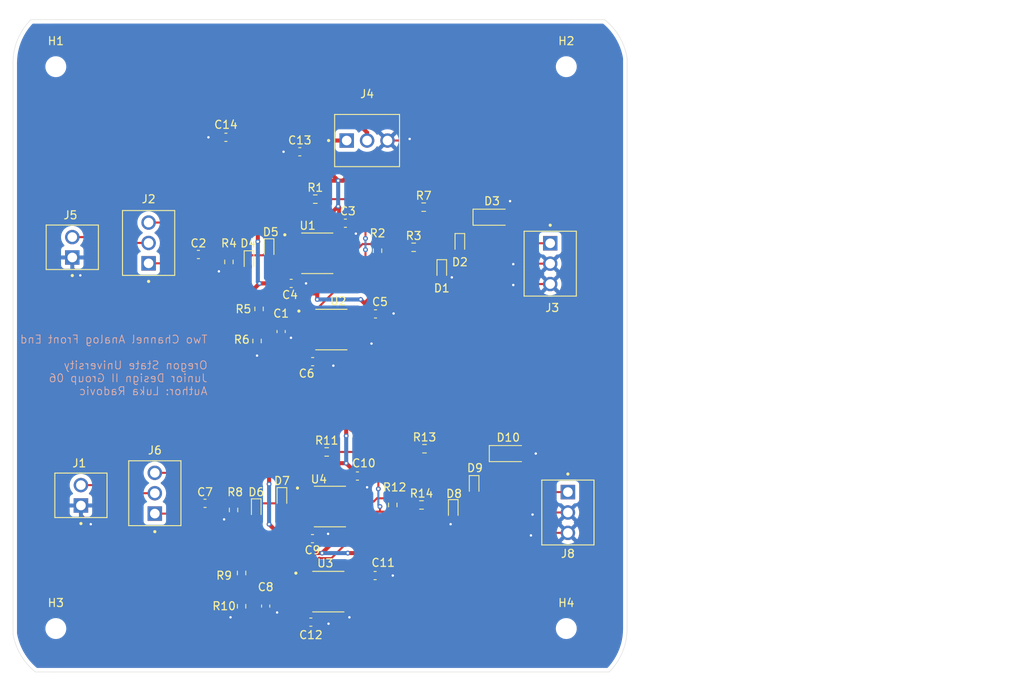
<source format=kicad_pcb>
(kicad_pcb (version 20240108) (generator "pcbnew") (generator_version "8.0")
  (layers (0 "F.Cu" signal) (31 "B.Cu" signal) (34 "B.Paste" user) (35 "F.Paste" user) (36 "B.SilkS" user "B.Silkscreen") (37 "F.SilkS" user "F.Silkscreen") (38 "B.Mask" user) (39 "F.Mask" user) (44 "Edge.Cuts" user))
  (net 0 "")
  (net 1 "GND")
  (net 2 "Net-(U2A-+)")
  (net 3 "Net-(J2-Pin_1)")
  (net 4 "Net-(D4-K)")
  (net 5 "/+9V")
  (net 6 "/-9V")
  (net 7 "Net-(D1-K)")
  (net 8 "Net-(D2-K)")
  (net 9 "Net-(J2-Pin_2)")
  (net 10 "Net-(U1B--)")
  (net 11 "Net-(U1A--)")
  (net 12 "Net-(R2-Pad2)")
  (net 13 "Net-(U1B-+)")
  (net 14 "Net-(U2B--)")
  (net 15 "Net-(J6-Pin_1)")
  (net 16 "Net-(D6-K)")
  (net 17 "Net-(U3A-+)")
  (net 18 "Net-(D8-K)")
  (net 19 "Net-(D10-K)")
  (net 20 "Net-(J1-Pin_2)")
  (net 21 "Net-(U4B--)")
  (net 22 "Net-(U4A--)")
  (net 23 "Net-(R12-Pad2)")
  (net 24 "Net-(U3B--)")
  (net 25 "Net-(U3A--)")
  (footprint "Diode_SMD:D_SOD-123" (layer "F.Cu") (at 100.775 78.2)
    (property "Reference" "D10")
    (property "Value" "3.3" (hide yes))
  )
  (footprint "Diode_SMD:D_SOD-523" (layer "F.Cu") (at 72.6 83.7 -90)
    (property "Reference" "D7")
    (property "Value" "D" (hide yes))
  )
  (footprint "Resistor_SMD:R_0603_1608Metric" (layer "F.Cu") (at 84.5 52.925 90)
    (property "Reference" "R2")
    (property "Value" "165k" (hide yes))
  )
  (footprint "Resistor_SMD:R_0603_1608Metric" (layer "F.Cu") (at 90.25 47.5)
    (property "Reference" "R7")
    (property "Value" "50k" (hide yes))
  )
  (footprint "AFEFoorprints:2ScrewTerm" (layer "F.Cu") (at 47.575 83.4 90)
    (property "Reference" "J1")
    (property "Value" "GND, BNC")
  )
  (footprint "Resistor_SMD:R_0603_1608Metric" (layer "F.Cu") (at 69.5 64.175 90)
    (property "Reference" "R6")
    (property "Value" "750" (hide yes))
  )
  (footprint "Resistor_SMD:R_0603_1608Metric" (layer "F.Cu") (at 66 54.325 90)
    (property "Reference" "R4")
    (property "Value" "1M" (hide yes))
  )
  (footprint "Diode_SMD:D_SOD-523" (layer "F.Cu") (at 69.4 85.1 -90)
    (property "Reference" "D6")
    (property "Value" "D" (hide yes))
  )
  (footprint "Capacitor_SMD:C_0603_1608Metric" (layer "F.Cu") (at 65.625 38.8)
    (property "Reference" "C14")
    (property "Value" "0.1u" (hide yes))
  )
  (footprint "Capacitor_SMD:C_0603_1608Metric" (layer "F.Cu") (at 74.825 40.6)
    (property "Reference" "C13")
    (property "Value" "0.1u" (hide yes))
  )
  (footprint "Capacitor_SMD:C_0603_1608Metric" (layer "F.Cu") (at 76.425 66.75 180)
    (property "Reference" "C6")
    (property "Value" "0.1u" (hide yes))
  )
  (footprint "MountingHole:MountingHole_2.1mm" (layer "F.Cu") (at 108 100)
    (property "Reference" "H4")
    (property "Value" "MountingHole" (hide yes))
  )
  (footprint "Resistor_SMD:R_0603_1608Metric" (layer "F.Cu") (at 69.75 60.175 90)
    (property "Reference" "R5")
    (property "Value" "10k" (hide yes))
  )
  (footprint "Resistor_SMD:R_0603_1608Metric" (layer "F.Cu") (at 76.75 46.5)
    (property "Reference" "R1")
    (property "Value" "100k" (hide yes))
  )
  (footprint "Diode_SMD:D_SOD-523" (layer "F.Cu") (at 71 52.7 -90)
    (property "Reference" "D5")
    (property "Value" "D" (hide yes))
  )
  (footprint "MountingHole:MountingHole_2.1mm" (layer "F.Cu") (at 108 30)
    (property "Reference" "H2")
    (property "Value" "MountingHole" (hide yes))
  )
  (footprint "Capacitor_SMD:C_0603_1608Metric" (layer "F.Cu") (at 82 81 180)
    (property "Reference" "C10")
    (property "Value" "0.1u" (hide yes))
  )
  (footprint "AFEFoorprints:3ScrewTerm" (layer "F.Cu") (at 83.2 39.2)
    (property "Reference" "J4")
    (property "Value" "+9, -9, GND")
  )
  (footprint "AFEFoorprints:SOIC127P599X175-8N" (layer "F.Cu") (at 78.75 62.75)
    (property "Reference" "U2")
    (property "Value" "LM358" (hide yes))
  )
  (footprint "Capacitor_SMD:C_0603_1608Metric" (layer "F.Cu") (at 76.2 99.2 180)
    (property "Reference" "C12")
    (property "Value" "0.1u" (hide yes))
  )
  (footprint "Capacitor_SMD:C_0603_1608Metric" (layer "F.Cu") (at 80.5 49.5 180)
    (property "Reference" "C3")
    (property "Value" "0.1u" (hide yes))
  )
  (footprint "AFEFoorprints:SOIC127P599X175-8N" (layer "F.Cu") (at 77 53.25)
    (property "Reference" "U1")
    (property "Value" "LM358" (hide yes))
  )
  (footprint "Capacitor_SMD:C_0603_1608Metric" (layer "F.Cu") (at 84.2 93.4 180)
    (property "Reference" "C11")
    (property "Value" "0.1u" (hide yes))
  )
  (footprint "Capacitor_SMD:C_0603_1608Metric" (layer "F.Cu") (at 72.5 63 90)
    (property "Reference" "C1")
    (property "Value" "10u" (hide yes))
  )
  (footprint "Resistor_SMD:R_0603_1608Metric" (layer "F.Cu") (at 90.35 77.6)
    (property "Reference" "R13")
    (property "Value" "50k" (hide yes))
  )
  (footprint "Capacitor_SMD:C_0603_1608Metric" (layer "F.Cu") (at 70.575 97.2 90)
    (property "Reference" "C8")
    (property "Value" "10u" (hide yes))
  )
  (footprint "Resistor_SMD:R_0603_1608Metric" (layer "F.Cu") (at 89.975 84.6)
    (property "Reference" "R14")
    (property "Value" "100" (hide yes))
  )
  (footprint "Diode_SMD:D_SOD-523" (layer "F.Cu") (at 92.5 55.3 -90)
    (property "Reference" "D1")
    (property "Value" "D" (hide yes))
  )
  (footprint "AFEFoorprints:3ScrewTerm" (layer "F.Cu") (at 56.775 83.14 90)
    (property "Reference" "J6")
    (property "Value" "Switch Screws" (hide yes))
  )
  (footprint "Capacitor_SMD:C_0603_1608Metric" (layer "F.Cu") (at 62.2 53.4 180)
    (property "Reference" "C2")
    (property "Value" "0.1u" (hide yes))
  )
  (footprint "Capacitor_SMD:C_0603_1608Metric" (layer "F.Cu") (at 84.25 60.8 180)
    (property "Reference" "C5")
    (property "Value" "0.1u" (hide yes))
  )
  (footprint "Resistor_SMD:R_0603_1608Metric" (layer "F.Cu") (at 67.575 93.075 90)
    (property "Reference" "R9")
    (property "Value" "10k" (hide yes))
  )
  (footprint "Resistor_SMD:R_0603_1608Metric" (layer "F.Cu") (at 86.4 84.6 90)
    (property "Reference" "R12")
    (property "Value" "165k" (hide yes))
  )
  (footprint "AFEFoorprints:3ScrewTerm" (layer "F.Cu") (at 56 51.96 90)
    (property "Reference" "J2")
    (property "Value" "Switch Screws" (hide yes))
  )
  (footprint "MountingHole:MountingHole_2.1mm" (layer "F.Cu") (at 44.45 30)
    (property "Reference" "H1")
    (property "Value" "MountingHole" (hide yes))
  )
  (footprint "MountingHole:MountingHole_2.1mm" (layer "F.Cu") (at 44.45 100)
    (property "Reference" "H3")
    (property "Value" "MountingHole" (hide yes))
  )
  (footprint "Resistor_SMD:R_0603_1608Metric" (layer "F.Cu") (at 89 52.5)
    (property "Reference" "R3")
    (property "Value" "100" (hide yes))
  )
  (footprint "Resistor_SMD:R_0603_1608Metric" (layer "F.Cu") (at 67.575 97.225 90)
    (property "Reference" "R10")
    (property "Value" "750" (hide yes))
  )
  (footprint "Diode_SMD:D_SOD-123" (layer "F.Cu") (at 98.75 48.75)
    (property "Reference" "D3")
    (property "Value" "3.3" (hide yes))
  )
  (footprint "AFEFoorprints:3ScrewTerm" (layer "F.Cu") (at 108.2 85.54 -90)
    (property "Reference" "J8")
    (property "Value" "GND, GND, OUT")
  )
  (footprint "Capacitor_SMD:C_0603_1608Metric" (layer "F.Cu") (at 73.75 57 180)
    (property "Reference" "C4")
    (property "Value" "0.1u" (hide yes))
  )
  (footprint "Diode_SMD:D_SOD-523" (layer "F.Cu") (at 94.75 52.05 -90)
    (property "Reference" "D2")
    (property "Value" "D" (hide yes))
  )
  (footprint "Resistor_SMD:R_0603_1608Metric" (layer "F.Cu") (at 66.575 85.225 90)
    (property "Reference" "R8")
    (property "Value" "1M" (hide yes))
  )
  (footprint "AFEFoorprints:SOIC127P599X175-8N" (layer "F.Cu") (at 78.575 84.8)
    (property "Reference" "U4")
    (property "Value" "LM358" (hide yes))
  )
  (footprint "Resistor_SMD:R_0603_1608Metric" (layer "F.Cu") (at 78.175 78)
    (property "Reference" "R11")
    (property "Value" "100k" (hide yes))
  )
  (footprint "AFEFoorprints:2ScrewTerm" (layer "F.Cu") (at 46.5 52.5 90)
    (property "Reference" "J5")
    (property "Value" "GND, BNC")
  )
  (footprint "Diode_SMD:D_SOD-523" (layer "F.Cu") (at 96.525 82.2 -90)
    (property "Reference" "D9")
    (property "Value" "D" (hide yes))
  )
  (footprint "Diode_SMD:D_SOD-523" (layer "F.Cu") (at 68.5 54.2 -90)
    (property "Reference" "D4")
    (property "Value" "D" (hide yes))
  )
  (footprint "Capacitor_SMD:C_0603_1608Metric" (layer "F.Cu") (at 76.4 88.8 180)
    (property "Reference" "C9")
    (property "Value" "0.1u" (hide yes))
  )
  (footprint "AFEFoorprints:3ScrewTerm" (layer "F.Cu") (at 106 54.54 -90)
    (property "Reference" "J3")
    (property "Value" "GND, GND, OUT")
  )
  (footprint "AFEFoorprints:SOIC127P599X175-8N" (layer "F.Cu") (at 78.375 95.4)
    (property "Reference" "U3")
    (property "Value" "LM358" (hide yes))
  )
  (footprint "Diode_SMD:D_SOD-523" (layer "F.Cu") (at 93.925 85.2 -90)
    (property "Reference" "D8")
    (property "Value" "D" (hide yes))
  )
  (footprint "Capacitor_SMD:C_0603_1608Metric" (layer "F.Cu") (at 63.025 84.4 180)
    (property "Reference" "C7")
    (property "Value" "0.1u" (hide yes))
  )
  (gr_arc (start 41.91 105.41) (mid 40.072911 103.287016) (end 39.115837 100.647704) (stroke (width 0.05)) (layer "Edge.Cuts"))
  (gr_line (start 113.338154 105.41) (end 107.95 105.41) (stroke (width 0.05)) (layer "Edge.Cuts"))
  (gr_line (start 44.45 24.13) (end 41.347683 24.13955) (stroke (width 0.05)) (layer "Edge.Cuts"))
  (gr_line (start 44.45 105.41) (end 107.95 105.41) (stroke (width 0.05)) (layer "Edge.Cuts"))
  (gr_line (start 115.57 28.901846) (end 115.57 30.171846) (stroke (width 0.05)) (layer "Edge.Cuts"))
  (gr_arc (start 115.57 100.021846) (mid 114.989962 102.937894) (end 113.338154 105.41) (stroke (width 0.05)) (layer "Edge.Cuts"))
  (gr_line (start 39.115837 29.527704) (end 39.115837 99.377704) (stroke (width 0.05)) (layer "Edge.Cuts"))
  (gr_line (start 44.45 24.13) (end 107.95 24.13) (stroke (width 0.05)) (layer "Edge.Cuts"))
  (gr_line (start 44.45 105.41) (end 41.91 105.41) (stroke (width 0.05)) (layer "Edge.Cuts"))
  (gr_arc (start 39.115837 29.527704) (mid 39.695875 26.611656) (end 41.347683 24.13955) (stroke (width 0.05)) (layer "Edge.Cuts"))
  (gr_line (start 112.775837 24.13955) (end 107.95 24.13) (stroke (width 0.05)) (layer "Edge.Cuts"))
  (gr_line (start 115.57 100.021846) (end 115.57 30.171846) (stroke (width 0.05)) (layer "Edge.Cuts"))
  (gr_arc (start 112.775837 24.13955) (mid 114.612926 26.262534) (end 115.57 28.901846) (stroke (width 0.05)) (layer "Edge.Cuts"))
  (gr_line (start 39.115837 100.647704) (end 39.115837 99.377704) (stroke (width 0.05)) (layer "Edge.Cuts"))
  (gr_text "Two Channel Analog Front End\n\nOregon State University\nJunior Design II Group 06\nAuthor: Luka Radovic" (at 63.4 71 0) (layer "B.SilkS") (effects (font (size 1 1) (thickness 0.1)) (justify left bottom mirror)))
  (segment (start 106 54.54) (end 101.46 54.54) (width 0.254) (layer "F.Cu") (net 1))
  (segment (start 108.2 85.54) (end 104.06 85.54) (width 0.254) (layer "F.Cu") (net 1))
  (segment (start 77.175 88.8) (end 77.746 88.8) (width 0.254) (layer "F.Cu") (net 1))
  (segment (start 70.575 97.975) (end 71.975 97.975) (width 0.254) (layer "F.Cu") (net 1))
  (segment (start 46.5 55) (end 47.5 56) (width 0.254) (layer "F.Cu") (net 1))
  (segment (start 108.2 88.08) (end 103.92 88.08) (width 0.254) (layer "F.Cu") (net 1))
  (segment (start 101.52 57.08) (end 101.4 57.2) (width 0.254) (layer "F.Cu") (net 1))
  (segment (start 81.275 50.275) (end 81.8 50.8) (width 0.254) (layer "F.Cu") (net 1))
  (segment (start 80.845 97.305) (end 80.845 98.445) (width 0.254) (layer "F.Cu") (net 1))
  (segment (start 80.845 98.445) (end 81 98.6) (width 0.254) (layer "F.Cu") (net 1))
  (segment (start 83.595 64.655) (end 83.75 64.5) (width 0.254) (layer "F.Cu") (net 1))
  (segment (start 69.5 65) (end 69.5 65.996) (width 0.254) (layer "F.Cu") (net 1))
  (segment (start 93.925 85.9) (end 93.925 86.675) (width 0.254) (layer "F.Cu") (net 1))
  (segment (start 82.775 81.975) (end 82.775 81) (width 0.254) (layer "F.Cu") (net 1))
  (segment (start 85.74 39.2) (end 88.3 39.2) (width 0.254) (layer "F.Cu") (net 1))
  (segment (start 67.575 98.05) (end 66.75 98.05) (width 0.254) (layer "F.Cu") (net 1))
  (segment (start 103.92 88.08) (end 103.6 88.4) (width 0.254) (layer "F.Cu") (net 1))
  (segment (start 100.4 47.35) (end 101 46.75) (width 0.254) (layer "F.Cu") (net 1))
  (segment (start 47.575 85.775) (end 48.8 87) (width 0.254) (layer "F.Cu") (net 1))
  (segment (start 73.75 63.75) (end 73.725 63.775) (width 0.254) (layer "F.Cu") (net 1))
  (segment (start 85.025 60.8) (end 86.45 60.8) (width 0.254) (layer "F.Cu") (net 1))
  (segment (start 101.46 54.54) (end 101.4 54.6) (width 0.254) (layer "F.Cu") (net 1))
  (segment (start 64.85 38.8) (end 63.45 38.8) (width 0.254) (layer "F.Cu") (net 1))
  (segment (start 77.75 66.75) (end 78.25 67.25) (width 0.254) (layer "F.Cu") (net 1))
  (segment (start 102.425 78.2) (end 104.2 78.2) (width 0.254) (layer "F.Cu") (net 1))
  (segment (start 100.4 48.75) (end 100.4 47.35) (width 0.254) (layer "F.Cu") (net 1))
  (segment (start 65.75 86.05) (end 65.4 86.4) (width 0.254) (layer "F.Cu") (net 1))
  (segment (start 72.5 63.775) (end 73.725 63.775) (width 0.254) (layer "F.Cu") (net 1))
  (segment (start 47.575 84.67) (end 47.575 85.775) (width 0.254) (layer "F.Cu") (net 1))
  (segment (start 74.05 40.6) (end 72.8 40.6) (width 0.254) (layer "F.Cu") (net 1))
  (segment (start 66.575 86.05) (end 65.75 86.05) (width 0.254) (layer "F.Cu") (net 1))
  (segment (start 72.8 40.6) (end 73 40.6) (width 0.254) (layer "F.Cu") (net 1))
  (segment (start 65.1 55.15) (end 64.75 55.5) (width 0.254) (layer "F.Cu") (net 1))
  (segment (start 46.5 53.77) (end 46.5 55) (width 0.254) (layer "F.Cu") (net 1))
  (segment (start 77.746 88.8) (end 78.346 88.2) (width 0.254) (layer "F.Cu") (net 1))
  (segment (start 78.25 67.25) (end 79 67.25) (width 0.254) (layer "F.Cu") (net 1))
  (segment (start 92.5 56) (end 93.5 56) (width 0.254) (layer "F.Cu") (net 1))
  (segment (start 81.22 64.655) (end 83.595 64.655) (width 0.254) (layer "F.Cu") (net 1))
  (segment (start 88.3 39.2) (end 88.5 39) (width 0.254) (layer "F.Cu") (net 1))
  (segment (start 63.425 38.825) (end 63.45 38.8) (width 0.254) (layer "F.Cu") (net 1))
  (segment (start 93.925 86.675) (end 93.6 87) (width 0.254) (layer "F.Cu") (net 1))
  (segment (start 78.2 99.2) (end 78.4 99.4) (width 0.254) (layer "F.Cu") (net 1))
  (segment (start 66.75 98.05) (end 66.2 98.6) (width 0.254) (layer "F.Cu") (net 1))
  (segment (start 83.2 82.4) (end 82.775 81.975) (width 0.254) (layer "F.Cu") (net 1))
  (segment (start 104.06 85.54) (end 103.8 85.8) (width 0.254) (layer "F.Cu") (net 1))
  (segment (start 76.975 99.2) (end 78.2 99.2) (width 0.254) (layer "F.Cu") (net 1))
  (segment (start 66 55.15) (end 65.1 55.15) (width 0.254) (layer "F.Cu") (net 1))
  (segment (start 106 57.08) (end 101.52 57.08) (width 0.254) (layer "F.Cu") (net 1))
  (segment (start 71.975 97.975) (end 72 98) (width 0.254) (layer "F.Cu") (net 1))
  (segment (start 84.975 93.4) (end 86.4 93.4) (width 0.254) (layer "F.Cu") (net 1))
  (segment (start 86.45 60.8) (end 86.5 60.75) (width 0.254) (layer "F.Cu") (net 1))
  (segment (start 76.75 66.75) (end 77.75 66.75) (width 0.254) (layer "F.Cu") (net 1))
  (segment (start 93.5 56) (end 93.75 56.25) (width 0.254) (layer "F.Cu") (net 1))
  (segment (start 74.525 57) (end 75.6 57) (width 0.254) (layer "F.Cu") (net 1))
  (segment (start 81.275 49.5) (end 81.275 50.275) (width 0.254) (layer "F.Cu") (net 1))
  (via (at 79 67.25) (size 0.6) (drill 0.3) (layers "F.Cu" "B.Cu") (net 1))
  (via (at 78.346 88.2) (size 0.6) (drill 0.3) (layers "F.Cu" "B.Cu") (net 1))
  (via (at 88.5 39) (size 0.6) (drill 0.3) (layers "F.Cu" "B.Cu") (net 1))
  (via (at 73.725 63.775) (size 0.6) (drill 0.3) (layers "F.Cu" "B.Cu") (net 1))
  (via (at 86.5 60.75) (size 0.6) (drill 0.3) (layers "F.Cu" "B.Cu") (net 1))
  (via (at 81.8 50.8) (size 0.6) (drill 0.3) (layers "F.Cu" "B.Cu") (net 1))
  (via (at 101.4 54.6) (size 0.6) (drill 0.3) (layers "F.Cu" "B.Cu") (net 1))
  (via (at 66.2 98.6) (size 0.6) (drill 0.3) (layers "F.Cu" "B.Cu") (net 1))
  (via (at 72 98) (size 0.6) (drill 0.3) (layers "F.Cu" "B.Cu") (net 1))
  (via (at 81 98.6) (size 0.6) (drill 0.3) (layers "F.Cu" "B.Cu") (net 1))
  (via (at 93.75 56.25) (size 0.6) (drill 0.3) (layers "F.Cu" "B.Cu") (net 1))
  (via (at 101.4 57.2) (size 0.6) (drill 0.3) (layers "F.Cu" "B.Cu") (net 1))
  (via (at 93.6 87) (size 0.6) (drill 0.3) (layers "F.Cu" "B.Cu") (net 1))
  (via (at 64.75 55.5) (size 0.6) (drill 0.3) (layers "F.Cu" "B.Cu") (net 1))
  (via (at 69.5 65.996) (size 0.6) (drill 0.3) (layers "F.Cu" "B.Cu") (net 1))
  (via (at 63.45 38.8) (size 0.6) (drill 0.3) (layers "F.Cu" "B.Cu") (net 1))
  (via (at 47.5 56) (size 0.6) (drill 0.3) (layers "F.Cu" "B.Cu") (net 1))
  (via (at 104.2 78.2) (size 0.6) (drill 0.3) (layers "F.Cu" "B.Cu") (net 1))
  (via (at 83.2 82.4) (size 0.6) (drill 0.3) (layers "F.Cu" "B.Cu") (net 1))
  (via (at 48.8 87) (size 0.6) (drill 0.3) (layers "F.Cu" "B.Cu") (net 1))
  (via (at 65.4 86.4) (size 0.6) (drill 0.3) (layers "F.Cu" "B.Cu") (net 1))
  (via (at 103.6 88.4) (size 0.6) (drill 0.3) (layers "F.Cu" "B.Cu") (net 1))
  (via (at 72.8 40.6) (size 0.6) (drill 0.3) (layers "F.Cu" "B.Cu") (net 1))
  (via (at 86.4 93.4) (size 0.6) (drill 0.3) (layers "F.Cu" "B.Cu") (net 1))
  (via (at 75.6 57) (size 0.6) (drill 0.3) (layers "F.Cu" "B.Cu") (net 1))
  (via (at 83.75 64.5) (size 0.6) (drill 0.3) (layers "F.Cu" "B.Cu") (net 1))
  (via (at 101 46.75) (size 0.6) (drill 0.3) (layers "F.Cu" "B.Cu") (net 1))
  (via (at 78.4 99.4) (size 0.6) (drill 0.3) (layers "F.Cu" "B.Cu") (net 1))
  (via (at 103.8 85.8) (size 0.6) (drill 0.3) (layers "F.Cu" "B.Cu") (net 1))
  (segment (start 73.475 62.225) (end 72.5 62.225) (width 0.254) (layer "F.Cu") (net 2))
  (segment (start 69.975 62.225) (end 72.5 62.225) (width 0.254) (layer "F.Cu") (net 2))
  (segment (start 76.28 63.385) (end 75.135 63.385) (width 0.254) (layer "F.Cu") (net 2))
  (segment (start 69.75 62) (end 69.5 62.25) (width 0.254) (layer "F.Cu") (net 2))
  (segment (start 74 62.25) (end 73.5 62.25) (width 0.254) (layer "F.Cu") (net 2))
  (segment (start 69.75 62) (end 69.975 62.225) (width 0.254) (layer "F.Cu") (net 2))
  (segment (start 69.5 62.25) (end 69.5 63.35) (width 0.254) (layer "F.Cu") (net 2))
  (segment (start 75.135 63.385) (end 74 62.25) (width 0.254) (layer "F.Cu") (net 2))
  (segment (start 69.75 61) (end 69.75 62) (width 0.254) (layer "F.Cu") (net 2))
  (segment (start 73.5 62.25) (end 73.475 62.225) (width 0.254) (layer "F.Cu") (net 2))
  (segment (start 61.425 53.4) (end 59.4 53.4) (width 0.254) (layer "F.Cu") (net 3))
  (segment (start 58.3 54.5) (end 56 54.5) (width 0.254) (layer "F.Cu") (net 3))
  (segment (start 59.4 53.4) (end 58.3 54.5) (width 0.254) (layer "F.Cu") (net 3))
  (segment (start 66 53.5) (end 65.7 53.5) (width 0.254) (layer "F.Cu") (net 4))
  (segment (start 71.685 53.885) (end 74.53 53.885) (width 0.254) (layer "F.Cu") (net 4))
  (segment (start 70.25 53.5) (end 70.35 53.4) (width 0.254) (layer "F.Cu") (net 4))
  (segment (start 64.6 53.4) (end 62.975 53.4) (width 0.254) (layer "F.Cu") (net 4))
  (segment (start 66 53.5) (end 66 53.4) (width 0.254) (layer "F.Cu") (net 4))
  (segment (start 68.5 53.5) (end 70.25 53.5) (width 0.254) (layer "F.Cu") (net 4))
  (segment (start 66 53.4) (end 62.02 49.42) (width 0.254) (layer "F.Cu") (net 4))
  (segment (start 71.2 53.4) (end 71.685 53.885) (width 0.254) (layer "F.Cu") (net 4))
  (segment (start 66 53.5) (end 68.5 53.5) (width 0.254) (layer "F.Cu") (net 4))
  (segment (start 70.35 53.4) (end 71 53.4) (width 0.254) (layer "F.Cu") (net 4))
  (segment (start 71 53.4) (end 71.2 53.4) (width 0.254) (layer "F.Cu") (net 4))
  (segment (start 65.6 53.4) (end 64.6 53.4) (width 0.254) (layer "F.Cu") (net 4))
  (segment (start 65.7 53.5) (end 65.6 53.4) (width 0.254) (layer "F.Cu") (net 4))
  (segment (start 56 49.42) (end 62.02 49.42) (width 0.254) (layer "F.Cu") (net 4))
  (segment (start 83.475 60.8) (end 81.265 60.8) (width 0.508) (layer "F.Cu") (net 5))
  (segment (start 77.2 40.6) (end 78.6 39.2) (width 0.508) (layer "F.Cu") (net 5))
  (segment (start 76.25 58.25) (end 77 58.25) (width 0.508) (layer "F.Cu") (net 5))
  (segment (start 83.33 93.495) (end 83.425 93.4) (width 0.508) (layer "F.Cu") (net 5))
  (segment (start 79.6 44.2) (end 77.2 41.8) (width 0.508) (layer "F.Cu") (net 5))
  (segment (start 81.045 82.895) (end 81.045 81.18) (width 0.508) (layer "F.Cu") (net 5))
  (segment (start 83 90.6) (end 80.8 90.6) (width 0.508) (layer "F.Cu") (net 5))
  (segment (start 83.425 91.025) (end 83 90.6) (width 0.508) (layer "F.Cu") (net 5))
  (segment (start 80.845 93.495) (end 83.33 93.495) (width 0.508) (layer "F.Cu") (net 5))
  (segment (start 72.6 90.6) (end 70.95 92.25) (width 0.508) (layer "F.Cu") (net 5))
  (segment (start 77 58.25) (end 77 59) (width 0.508) (layer "F.Cu") (net 5))
  (segment (start 84.4 58) (end 87.4 58) (width 0.508) (layer "F.Cu") (net 5))
  (segment (start 83.475 60.075) (end 82.9 59.5) (width 0.508) (layer "F.Cu") (net 5))
  (segment (start 74.4 80.8) (end 74.4 73) (width 0.508) (layer "F.Cu") (net 5))
  (segment (start 72.6 82.6) (end 74.4 80.8) (width 0.508) (layer "F.Cu") (net 5))
  (segment (start 89.525 77.6) (end 87.2 77.6) (width 0.508) (layer "F.Cu") (net 5))
  (segment (start 80.6 79.4) (end 79.8 79.4) (width 0.508) (layer "F.Cu") (net 5))
  (segment (start 88.6 65) (end 80.6 73) (width 0.508) (layer "F.Cu") (net 5))
  (segment (start 80.66 43.74) (end 84.54 43.74) (width 0.508) (layer "F.Cu") (net 5))
  (segment (start 79.4 88.8) (end 77.6 90.6) (width 0.508) (layer "F.Cu") (net 5))
  (segment (start 77.2 40.6) (end 75.6 40.6) (width 0.508) (layer "F.Cu") (net 5))
  (segment (start 69.75 59.35) (end 75.15 59.35) (width 0.508) (layer "F.Cu") (net 5))
  (segment (start 87.4 58) (end 88.6 59.2) (width 0.508) (layer "F.Cu") (net 5))
  (segment (start 79.6 47.4) (end 78.8 48.2) (width 0.508) (layer "F.Cu") (net 5))
  (segment (start 78.8 48.2) (end 77 50) (width 0.508) (layer "F.Cu") (net 5))
  (segment (start 79.725 47.525) (end 79.6 47.4) (width 0.508) (layer "F.Cu") (net 5))
  (segment (start 88.3 47.5) (end 89.425 47.5) (width 0.508) (layer "F.Cu") (net 5))
  (segment (start 80.6 74.6) (end 80.6 76) (width 0.508) (layer "F.Cu") (net 5))
  (segment (start 81.265 60.8) (end 81.22 60.845) (width 0.508) (layer "F.Cu") (net 5))
  (segment (start 77 50) (end 77 58.25) (width 0.508) (layer "F.Cu") (net 5))
  (segment (start 71 48) (end 74.8 44.2) (width 0.508) (layer "F.Cu") (net 5))
  (segment (start 80.6 73) (end 79.8 72.2) (width 0.508) (layer "F.Cu") (net 5))
  (segment (start 71 52) (end 71 48) (width 0.508) (layer "F.Cu") (net 5))
  (segment (start 78.6 39.2) (end 80.66 39.2) (width 0.508) (layer "F.Cu") (net 5))
  (segment (start 79.4 79.8) (end 79.4 88.8) (width 0.508) (layer "F.Cu") (net 5))
  (segment (start 81.2 75.2) (end 80.6 74.6) (width 0.508) (layer "F.Cu") (net 5))
  (segment (start 84.8 75.2) (end 81.2 75.2) (width 0.508) (layer "F.Cu") (net 5))
  (segment (start 81.225 80.025) (end 80.6 79.4) (width 0.508) (layer "F.Cu") (net 5))
  (segment (start 77.6 90.6) (end 72.6 90.6) (width 0.508) (layer "F.Cu") (net 5))
  (segment (start 84.54 43.74) (end 88.3 47.5) (width 0.508) (layer "F.Cu") (net 5))
  (segment (start 79.725 51.09) (end 79.47 51.345) (width 0.508) (layer "F.Cu") (net 5))
  (segment (start 72.6 83) (end 72.6 82.6) (width 0.508) (layer "F.Cu") (net 5))
  (segment (start 80.6 73) (end 80.6 74.6) (width 0.508) (layer "F.Cu") (net 5))
  (segment (start 81.045 81.18) (end 81.225 81) (width 0.508) (layer "F.Cu") (net 5))
  (segment (start 83.475 60.8) (end 83.475 60.075) (width 0.508) (layer "F.Cu") (net 5))
  (segment (start 79.725 49.5) (end 79.725 51.09) (width 0.508) (layer "F.Cu") (net 5))
  (segment (start 79.8 72.2) (end 75.2 72.2) (width 0.508) (layer "F.Cu") (net 5))
  (segment (start 79.8 79.4) (end 79.4 79.8) (width 0.508) (layer "F.Cu") (net 5))
  (segment (start 81.225 81) (end 81.225 80.025) (width 0.508) (layer "F.Cu") (net 5))
  (segment (start 88.6 59.2) (end 88.6 65) (width 0.508) (layer "F.Cu") (net 5))
  (segment (start 74.4 73) (end 75.2 72.2) (width 0.508) (layer "F.Cu") (net 5))
  (segment (start 82.9 59.5) (end 84.4 58) (width 0.508) (layer "F.Cu") (net 5))
  (segment (start 74.8 44.2) (end 80.2 44.2) (width 0.508) (layer "F.Cu") (net 5))
  (segment (start 77.2 41.8) (end 77.2 40.6) (width 0.508) (layer "F.Cu") (net 5))
  (segment (start 83.425 93.4) (end 83.425 91.025) (width 0.508) (layer "F.Cu") (net 5))
  (segment (start 75.15 59.35) (end 76.25 58.25) (width 0.508) (layer "F.Cu") (net 5))
  (segment (start 87.2 77.6) (end 84.8 75.2) (width 0.508) (layer "F.Cu") (net 5))
  (segment (start 82.9 59.5) (end 82.4 59) (width 0.508) (layer "F.Cu") (net 5))
  (segment (start 80.2 44.2) (end 80.66 43.74) (width 0.508) (layer "F.Cu") (net 5))
  (segment (start 81.225 81) (end 81.2125 81.0125) (width 0.508) (layer "F.Cu") (net 5))
  (segment (start 79.725 49.5) (end 79.725 47.525) (width 0.508) (layer "F.Cu") (net 5))
  (segment (start 70.95 92.25) (end 67.575 92.25) (width 0.508) (layer "F.Cu") (net 5))
  (via (at 77 59) (size 0.6) (drill 0.3) (layers "F.Cu" "B.Cu") (net 5))
  (via (at 79.6 47.4) (size 0.6) (drill 0.3) (layers "F.Cu" "B.Cu") (net 5))
  (via (at 77.6 90.6) (size 0.6) (drill 0.3) (layers "F.Cu" "B.Cu") (net 5))
  (via (at 79.6 44.2) (size 0.6) (drill 0.3) (layers "F.Cu" "B.Cu") (net 5))
  (via (at 80.6 79.4) (size 0.6) (drill 0.3) (layers "F.Cu" "B.Cu") (net 5))
  (via (at 80.8 90.6) (size 0.6) (drill 0.3) (layers "F.Cu" "B.Cu") (net 5))
  (via (at 80.6 76) (size 0.6) (drill 0.3) (layers "F.Cu" "B.Cu") (net 5))
  (via (at 82.4 59) (size 0.6) (drill 0.3) (layers "F.Cu" "B.Cu") (net 5))
  (segment (start 82.4 59) (end 77 59) (width 0.508) (layer "B.Cu") (net 5))
  (segment (start 77.6 90.6) (end 80.8 90.6) (width 0.508) (layer "B.Cu") (net 5))
  (segment (start 80.6 76) (end 80.6 79.4) (width 0.508) (layer "B.Cu") (net 5))
  (segment (start 79.6 47.4) (end 79.6 44.2) (width 0.508) (layer "B.Cu") (net 5))
  (segment (start 63.6 90.4) (end 62 92) (width 0.508) (layer "F.Cu") (net 6))
  (segment (start 74.53 55.155) (end 73.245 55.155) (width 0.508) (layer "F.Cu") (net 6))
  (segment (start 75.625 88.8) (end 75.625 87.185) (width 0.508) (layer "F.Cu") (net 6))
  (segment (start 69.6 40.8) (end 67.6 38.8) (width 0.508) (layer "F.Cu") (net 6))
  (segment (start 75.425 99.2) (end 75.425 97.785) (width 0.508) (layer "F.Cu") (net 6))
  (segment (start 69.4 88.31) (end 67.89 89.82) (width 0.508) (layer "F.Cu") (net 6))
  (segment (start 71 82) (end 71 68.35) (width 0.508) (layer "F.Cu") (net 6))
  (segment (start 69.6 39.2) (end 69.6 40.8) (width 0.508) (layer "F.Cu") (net 6))
  (segment (start 72.975 57) (end 69.8 57) (width 0.508) (layer "F.Cu") (net 6))
  (segment (start 75.65 66.75) (end 71 66.75) (width 0.508) (layer "F.Cu") (net 6))
  (segment (start 76.28 64.655) (end 76.28 65.32) (width 0.508) (layer "F.Cu") (net 6))
  (segment (start 71 68.35) (end 69.4 66.75) (width 0.508) (layer "F.Cu") (net 6))
  (segment (start 70.2 89.82) (end 67.89 89.82) (width 0.508) (layer "F.Cu") (net 6))
  (segment (start 72.8 88.8) (end 71.22 88.8) (width 0.508) (layer "F.Cu") (net 6))
  (segment (start 72.8 99.8) (end 73.4 99.2) (width 0.508) (layer "F.Cu") (net 6))
  (segment (start 83.2 38.2) (end 82 37) (width 0.508) (layer "F.Cu") (net 6))
  (segment (start 72.3 88.3) (end 72.8 88.8) (width 0.508) (layer "F.Cu") (net 6))
  (segment (start 75.625 87.185) (end 76.105 86.705) (width 0.508) (layer "F.Cu") (net 6))
  (segment (start 62 92) (end 62 99.2) (width 0.508) (layer "F.Cu") (net 6))
  (segment (start 76.28 65.32) (end 75.65 65.95) (width 0.508) (layer "F.Cu") (net 6))
  (segment (start 69.6 51.8) (end 69.6 40.8) (width 0.508) (layer "F.Cu") (net 6))
  (segment (start 75.425 97.785) (end 75.905 97.305) (width 0.508) (layer "F.Cu") (net 6))
  (segment (start 69.4 66.75) (end 65.95 66.75) (width 0.508) (layer "F.Cu") (net 6))
  (segment (start 71 66.75) (end 69.4 66.75) (width 0.508) (layer "F.Cu") (net 6))
  (segment (start 69.4 85.8) (end 69.4 88.31) (width 0.508) (layer "F.Cu") (net 6))
  (segment (start 65.2 60) (end 65.2 66) (width 0.508) (layer "F.Cu") (net 6))
  (segment (start 71 87) (end 72.3 88.3) (width 0.508) (layer "F.Cu") (net 6))
  (segment (start 65.2 66) (end 65.95 66.75) (width 0.508) (layer "F.Cu") (net 6))
  (segment (start 67.89 89.82) (end 67.31 90.4) (width 0.508) (layer "F.Cu") (net 6))
  (segment (start 82 37) (end 71.8 37) (width 0.508) (layer "F.Cu") (net 6))
  (segment (start 62 99.2) (end 62.6 99.8) (width 0.508) (layer "F.Cu") (net 6))
  (segment (start 71.8 37) (end 69.6 39.2) (width 0.508) (layer "F.Cu") (net 6))
  (segment (start 62.6 99.8) (end 72.8 99.8) (width 0.508) (layer "F.Cu") (net 6))
  (segment (start 72.975 55.425) (end 72.975 57) (width 0.508) (layer "F.Cu") (net 6))
  (segment (start 68.5 57.6) (end 67.6 57.6) (width 0.508) (layer "F.Cu") (net 6))
  (segment (start 69.8 57) (end 69.2 57.6) (width 0.508) (layer "F.Cu") (net 6))
  (segment (start 66.425 38.825) (end 66.4 38.8) (width 0.254) (layer "F.Cu") (net 6))
  (segment (start 73.4 99.2) (end 75.425 99.2) (width 0.508) (layer "F.Cu") (net 6))
  (segment (start 69.8 57) (end 70 57) (width 0.508) (layer "F.Cu") (net 6))
  (segment (start 71.22 88.8) (end 70.2 89.82) (width 0.508) (layer "F.Cu") (net 6))
  (segment (start 72.8 88.8) (end 75.625 88.8) (width 0.508) (layer "F.Cu") (net 6))
  (segment (start 83.2 39.2) (end 83.2 38.2) (width 0.508) (layer "F.Cu") (net 6))
  (segment (start 68.5 57.6) (end 68.5 54.9) (width 0.508) (layer "F.Cu") (net 6))
  (segment (start 67.6 38.8) (end 66.4 38.8) (width 0.508) (layer "F.Cu") (net 6))
  (segment (start 67.31 90.4) (end 63.6 90.4) (width 0.508) (layer "F.Cu") (net 6))
  (segment (start 73.245 55.155) (end 72.975 55.425) (width 0.508) (layer "F.Cu") (net 6))
  (segment (start 75.65 65.95) (end 75.65 66.75) (width 0.508) (layer "F.Cu") (net 6))
  (segment (start 69.2 57.6) (end 68.5 57.6) (width 0.508) (layer "F.Cu") (net 6))
  (segment (start 67.6 57.6) (end 65.2 60) (width 0.508) (layer "F.Cu") (net 6))
  (via (at 69.6 51.8) (size 0.6) (drill 0.3) (layers "F.Cu" "B.Cu") (net 6))
  (via (at 69.8 57) (size 0.6) (drill 0.3) (layers "F.Cu" "B.Cu") (net 6))
  (via (at 71 82) (size 0.6) (drill 0.3) (layers "F.Cu" "B.Cu") (net 6))
  (via (at 71 87) (size 0.6) (drill 0.3) (layers "F.Cu" "B.Cu") (net 6))
  (segment (start 69.6 56.8) (end 69.8 57) (width 0.508) (layer "B.Cu") (net 6))
  (segment (start 71 82) (end 71 87) (width 0.508) (layer "B.Cu") (net 6))
  (segment (start 69.6 51.8) (end 69.6 56.8) (width 0.508) (layer "B.Cu") (net 6))
  (segment (start 101.05 52.75) (end 101.8 52) (width 0.254) (layer "F.Cu") (net 7))
  (segment (start 90.4 52.5) (end 92.5 54.6) (width 0.254) (layer "F.Cu") (net 7))
  (segment (start 94.35 52.75) (end 92.5 54.6) (width 0.254) (layer "F.Cu") (net 7))
  (segment (start 94.75 52.75) (end 94.35 52.75) (width 0.254) (layer "F.Cu") (net 7))
  (segment (start 89.825 52.5) (end 90.4 52.5) (width 0.254) (layer "F.Cu") (net 7))
  (segment (start 101.8 52) (end 106 52) (width 0.254) (layer "F.Cu") (net 7))
  (segment (start 94.75 52.75) (end 101.05 52.75) (width 0.254) (layer "F.Cu") (net 7))
  (segment (start 97.1 48.75) (end 95.65 48.75) (width 0.254) (layer "F.Cu") (net 8))
  (segment (start 94.4 47.5) (end 91.075 47.5) (width 0.254) (layer "F.Cu") (net 8))
  (segment (start 94.75 49.65) (end 95.2 49.2) (width 0.254) (layer "F.Cu") (net 8))
  (segment (start 94.75 51.35) (end 94.75 49.65) (width 0.254) (layer "F.Cu") (net 8))
  (segment (start 95.65 48.75) (end 94.4 47.5) (width 0.254) (layer "F.Cu") (net 8))
  (segment (start 95.65 48.75) (end 95.2 49.2) (width 0.254) (layer "F.Cu") (net 8))
  (segment (start 51.96 51.96) (end 51.23 51.23) (width 0.254) (layer "F.Cu") (net 9))
  (segment (start 51.23 51.23) (end 46.5 51.23) (width 0.254) (layer "F.Cu") (net 9))
  (segment (start 56 51.96) (end 51.96 51.96) (width 0.254) (layer "F.Cu") (net 9))
  (segment (start 84.115 53.885) (end 83 53.885) (width 0.254) (layer "F.Cu") (net 10))
  (segment (start 83 53.885) (end 83 52.8) (width 0.254) (layer "F.Cu") (net 10))
  (segment (start 83 53.885) (end 79.47 53.885) (width 0.254) (layer "F.Cu") (net 10))
  (segment (start 84.25 53.75) (end 84.115 53.885) (width 0.254) (layer "F.Cu") (net 10))
  (segment (start 83 47.6) (end 83 51.4) (width 0.254) (layer "F.Cu") (net 10))
  (segment (start 84.5 53.75) (end 84.25 53.75) (width 0.254) (layer "F.Cu") (net 10))
  (segment (start 77.575 46.5) (end 81.9 46.5) (width 0.254) (layer "F.Cu") (net 10))
  (segment (start 81.9 46.5) (end 83 47.6) (width 0.254) (layer "F.Cu") (net 10))
  (via (at 83 51.4) (size 0.6) (drill 0.3) (layers "F.Cu" "B.Cu") (net 10))
  (via (at 83 52.8) (size 0.6) (drill 0.3) (layers "F.Cu" "B.Cu") (net 10))
  (segment (start 83 51.4) (end 83 52.8) (width 0.254) (layer "B.Cu") (net 10))
  (segment (start 75.5 46.5) (end 75.925 46.5) (width 0.254) (layer "F.Cu") (net 11))
  (segment (start 74.53 52.615) (end 74.53 51.345) (width 0.254) (layer "F.Cu") (net 11))
  (segment (start 74.53 47.47) (end 75.5 46.5) (width 0.254) (layer "F.Cu") (net 11))
  (segment (start 74.53 51.345) (end 74.53 47.47) (width 0.254) (layer "F.Cu") (net 11))
  (segment (start 82.63 52.1) (end 82.115 52.615) (width 0.254) (layer "F.Cu") (net 12))
  (segment (start 84.5 52.1) (end 82.63 52.1) (width 0.254) (layer "F.Cu") (net 12))
  (segment (start 87.5 52.5) (end 87.1 52.1) (width 0.254) (layer "F.Cu") (net 12))
  (segment (start 88.175 52.5) (end 87.5 52.5) (width 0.254) (layer "F.Cu") (net 12))
  (segment (start 82.115 52.615) (end 79.47 52.615) (width 0.254) (layer "F.Cu") (net 12))
  (segment (start 87.1 52.1) (end 84.5 52.1) (width 0.254) (layer "F.Cu") (net 12))
  (segment (start 79.47 55.155) (end 79.47 57.655) (width 0.254) (layer "F.Cu") (net 13))
  (segment (start 76.28 62.115) (end 76.28 60.845) (width 0.254) (layer "F.Cu") (net 13))
  (segment (start 79.47 57.655) (end 76.28 60.845) (width 0.254) (layer "F.Cu") (net 13))
  (segment (start 81.22 62.115) (end 81.22 63.385) (width 0.254) (layer "F.Cu") (net 14))
  (segment (start 60.97 85.68) (end 62.25 84.4) (width 0.254) (layer "F.Cu") (net 15))
  (segment (start 56.775 85.68) (end 60.97 85.68) (width 0.254) (layer "F.Cu") (net 15))
  (segment (start 63.4 80.6) (end 56.775 80.6) (width 0.254) (layer "F.Cu") (net 16))
  (segment (start 66.575 84.4) (end 66.575 83.775) (width 0.254) (layer "F.Cu") (net 16))
  (segment (start 63.8 84.4) (end 65.4 84.4) (width 0.254) (layer "F.Cu") (net 16))
  (segment (start 66.575 83.775) (end 63.4 80.6) (width 0.254) (layer "F.Cu") (net 16))
  (segment (start 76.105 85.435) (end 73.635 85.435) (width 0.254) (layer "F.Cu") (net 16))
  (segment (start 73.635 85.435) (end 72.6 84.4) (width 0.254) (layer "F.Cu") (net 16))
  (segment (start 65.4 84.4) (end 66.575 84.4) (width 0.254) (layer "F.Cu") (net 16))
  (segment (start 72.6 84.4) (end 69.4 84.4) (width 0.254) (layer "F.Cu") (net 16))
  (segment (start 69.4 84.4) (end 66.575 84.4) (width 0.254) (layer "F.Cu") (net 16))
  (segment (start 70.575 96.425) (end 72.575 96.425) (width 0.254) (layer "F.Cu") (net 17))
  (segment (start 67.6 96.425) (end 67.575 96.4) (width 0.254) (layer "F.Cu") (net 17))
  (segment (start 72.965 96.035) (end 75.905 96.035) (width 0.254) (layer "F.Cu") (net 17))
  (segment (start 72.575 96.425) (end 72.965 96.035) (width 0.254) (layer "F.Cu") (net 17))
  (segment (start 67.575 93.9) (end 67.575 96.4) (width 0.254) (layer "F.Cu") (net 17))
  (segment (start 70.575 96.425) (end 67.6 96.425) (width 0.254) (layer "F.Cu") (net 17))
  (segment (start 108.2 83) (end 96.625 83) (width 0.254) (layer "F.Cu") (net 18))
  (segment (start 93.925 84.5) (end 94.925 84.5) (width 0.254) (layer "F.Cu") (net 18))
  (segment (start 96.625 83) (end 96.525 82.9) (width 0.254) (layer "F.Cu") (net 18))
  (segment (start 94.925 84.5) (end 96.525 82.9) (width 0.254) (layer "F.Cu") (net 18))
  (segment (start 90.8 84.6) (end 93.825 84.6) (width 0.254) (layer "F.Cu") (net 18))
  (segment (start 93.825 84.6) (end 93.925 84.5) (width 0.254) (layer "F.Cu") (net 18))
  (segment (start 99.125 78.2) (end 97.6 78.2) (width 0.254) (layer "F.Cu") (net 19))
  (segment (start 97 78.8) (end 96.525 79.275) (width 0.254) (layer "F.Cu") (net 19))
  (segment (start 97.6 78.2) (end 97 78.8) (width 0.254) (layer "F.Cu") (net 19))
  (segment (start 96.525 79.275) (end 96.525 81.5) (width 0.254) (layer "F.Cu") (net 19))
  (segment (start 97 77.6) (end 91.175 77.6) (width 0.254) (layer "F.Cu") (net 19))
  (segment (start 97.6 78.2) (end 97 77.6) (width 0.254) (layer "F.Cu") (net 19))
  (segment (start 50.53 82.13) (end 47.575 82.13) (width 0.254) (layer "F.Cu") (net 20))
  (segment (start 51.54 83.14) (end 50.53 82.13) (width 0.254) (layer "F.Cu") (net 20))
  (segment (start 56.775 83.14) (end 51.54 83.14) (width 0.254) (layer "F.Cu") (net 20))
  (segment (start 86.39 85.435) (end 86.4 85.425) (width 0.254) (layer "F.Cu") (net 21))
  (segment (start 83.4 78) (end 84.6 79.2) (width 0.254) (layer "F.Cu") (net 21))
  (segment (start 84.8 85.435) (end 84.8 84.8) (width 0.254) (layer "F.Cu") (net 21))
  (segment (start 79 78) (end 83.4 78) (width 0.254) (layer "F.Cu") (net 21))
  (segment (start 81.045 85.435) (end 84.8 85.435) (width 0.254) (layer "F.Cu") (net 21))
  (segment (start 84.8 85.435) (end 86.39 85.435) (width 0.254) (layer "F.Cu") (net 21))
  (segment (start 84.6 79.2) (end 84.6 82.6) (width 0.254) (layer "F.Cu") (net 21))
  (via (at 84.8 84.8) (size 0.6) (drill 0.3) (layers "F.Cu" "B.Cu") (net 21))
  (via (at 84.6 82.6) (size 0.6) (drill 0.3) (layers "F.Cu" "B.Cu") (net 21))
  (segment (start 84.6 84.6) (end 84.8 84.8) (width 0.254) (layer "B.Cu") (net 21))
  (segment (start 84.6 82.6) (end 84.6 84.6) (width 0.254) (layer "B.Cu") (net 21))
  (segment (start 76.105 84.165) (end 76.105 82.895) (width 0.254) (layer "F.Cu") (net 22))
  (segment (start 77.2 78) (end 77.35 78) (width 0.254) (layer "F.Cu") (net 22))
  (segment (start 76.105 79.095) (end 77.2 78) (width 0.254) (layer "F.Cu") (net 22))
  (segment (start 76.105 82.895) (end 76.105 79.095) (width 0.254) (layer "F.Cu") (net 22))
  (segment (start 84.425 83.775) (end 86.4 83.775) (width 0.254) (layer "F.Cu") (net 23))
  (segment (start 81.045 84.165) (end 84.035 84.165) (width 0.254) (layer "F.Cu") (net 23))
  (segment (start 86.4 83.775) (end 88.325 83.775) (width 0.254) (layer "F.Cu") (net 23))
  (segment (start 88.325 83.775) (end 89.15 84.6) (width 0.254) (layer "F.Cu") (net 23))
  (segment (start 84.035 84.165) (end 84.425 83.775) (width 0.254) (layer "F.Cu") (net 23))
  (segment (start 80.845 94.765) (end 80.845 96.035) (width 0.254) (layer "F.Cu") (net 24))
  (segment (start 81.2 88.2) (end 81.4 88) (width 0.254) (layer "F.Cu") (net 25))
  (segment (start 81.4 88) (end 81.4 87.06) (width 0.254) (layer "F.Cu") (net 25))
  (segment (start 75.905 94.765) (end 75.905 93.495) (width 0.254) (layer "F.Cu") (net 25))
  (segment (start 81.2 88.8) (end 81.2 88.2) (width 0.254) (layer "F.Cu") (net 25))
  (segment (start 78.773 91.227) (end 81.2 88.8) (width 0.254) (layer "F.Cu") (net 25))
  (segment (start 77.219 91.181) (end 77.294288 91.181) (width 0.254) (layer "F.Cu") (net 25))
  (segment (start 77.294288 91.181) (end 77.340288 91.227) (width 0.254) (layer "F.Cu") (net 25))
  (segment (start 75.905 92.495) (end 77.219 91.181) (width 0.254) (layer "F.Cu") (net 25))
  (segment (start 77.340288 91.227) (end 78.773 91.227) (width 0.254) (layer "F.Cu") (net 25))
  (segment (start 75.905 93.495) (end 75.905 92.495) (width 0.254) (layer "F.Cu") (net 25))
  (segment (start 81.4 87.06) (end 81.045 86.705) (width 0.254) (layer "F.Cu") (net 25))
  (zone (net 1) (net_name "GND") (layer "B.Cu") (connect_pads (clearance 0.5)) (min_thickness 0.25) (fill yes (thermal_gap 0.5) (thermal_bridge_width 0.5))
    (polygon (pts (xy 37.5 21.691846) (xy 165 23.191846) (xy 165 107.191846) (xy 37.5 107.191846)))
  )
)
</source>
